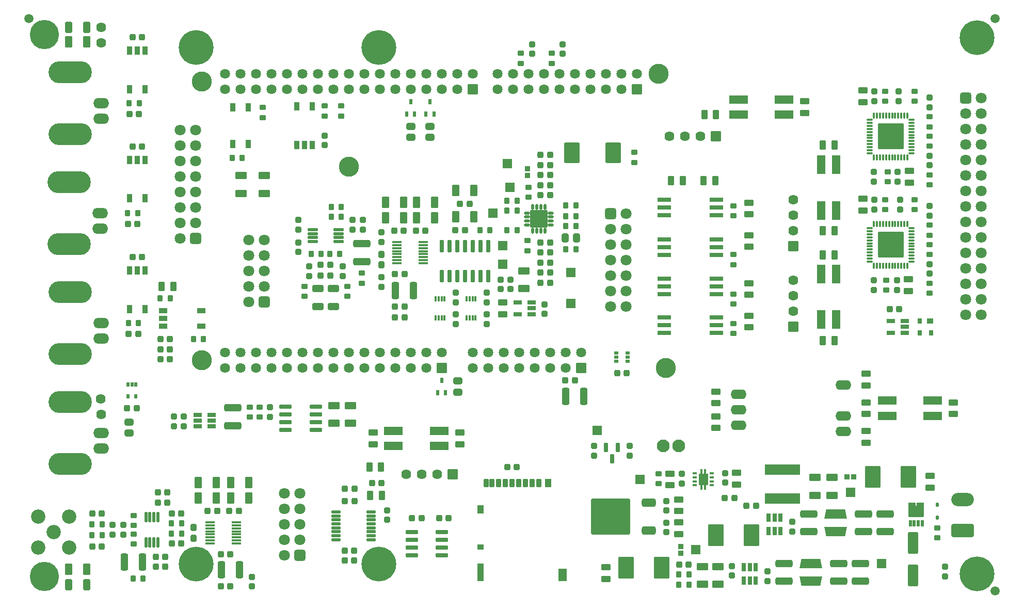
<source format=gts>
%TF.GenerationSoftware,KiCad,Pcbnew,7.0.1*%
%TF.CreationDate,2023-11-30T13:28:04+01:00*%
%TF.ProjectId,current100A_Artiq,63757272-656e-4743-9130-30415f417274,rev?*%
%TF.SameCoordinates,Original*%
%TF.FileFunction,Soldermask,Top*%
%TF.FilePolarity,Negative*%
%FSLAX46Y46*%
G04 Gerber Fmt 4.6, Leading zero omitted, Abs format (unit mm)*
G04 Created by KiCad (PCBNEW 7.0.1) date 2023-11-30 13:28:04*
%MOMM*%
%LPD*%
G01*
G04 APERTURE LIST*
G04 Aperture macros list*
%AMRoundRect*
0 Rectangle with rounded corners*
0 $1 Rounding radius*
0 $2 $3 $4 $5 $6 $7 $8 $9 X,Y pos of 4 corners*
0 Add a 4 corners polygon primitive as box body*
4,1,4,$2,$3,$4,$5,$6,$7,$8,$9,$2,$3,0*
0 Add four circle primitives for the rounded corners*
1,1,$1+$1,$2,$3*
1,1,$1+$1,$4,$5*
1,1,$1+$1,$6,$7*
1,1,$1+$1,$8,$9*
0 Add four rect primitives between the rounded corners*
20,1,$1+$1,$2,$3,$4,$5,0*
20,1,$1+$1,$4,$5,$6,$7,0*
20,1,$1+$1,$6,$7,$8,$9,0*
20,1,$1+$1,$8,$9,$2,$3,0*%
%AMFreePoly0*
4,1,15,1.827885,0.766502,1.846291,0.743898,1.848963,0.714870,1.548963,-0.735130,1.531571,-0.763772,1.500000,-0.775000,-1.500000,-0.775000,-1.531571,-0.763772,-1.548963,-0.735130,-1.848963,0.714870,-1.846291,0.743898,-1.827885,0.766502,-1.800000,0.775000,1.800000,0.775000,1.827885,0.766502,1.827885,0.766502,$1*%
%AMFreePoly1*
4,1,15,1.531571,0.763772,1.548963,0.735130,1.848963,-0.714870,1.846291,-0.743898,1.827885,-0.766502,1.800000,-0.775000,-1.800000,-0.775000,-1.827885,-0.766502,-1.846291,-0.743898,-1.848963,-0.714870,-1.548963,0.735130,-1.531571,0.763772,-1.500000,0.775000,1.500000,0.775000,1.531571,0.763772,1.531571,0.763772,$1*%
%AMFreePoly2*
4,1,37,1.430355,1.220355,1.445000,1.185000,1.445000,0.765000,1.430355,0.729645,1.395000,0.715000,0.905000,0.715000,0.905000,0.585000,1.395000,0.585000,1.430355,0.570355,1.445000,0.535000,1.445000,0.115000,1.430355,0.079645,1.395000,0.065000,0.905000,0.065000,0.905000,-0.065000,1.395000,-0.065000,1.430355,-0.079645,1.445000,-0.115000,1.445000,-0.535000,1.430355,-0.570355,
1.395000,-0.585000,0.905000,-0.585000,0.905000,-0.715000,1.395000,-0.715000,1.430355,-0.729645,1.445000,-0.765000,1.445000,-1.185000,1.430355,-1.220355,1.395000,-1.235000,-0.855000,-1.235000,-0.890355,-1.220355,-0.905000,-1.185000,-0.905000,1.185000,-0.890355,1.220355,-0.855000,1.235000,1.395000,1.235000,1.430355,1.220355,1.430355,1.220355,$1*%
G04 Aperture macros list end*
%ADD10O,2.600000X1.700000*%
%ADD11O,7.100000X3.600000*%
%ADD12RoundRect,0.250000X-0.275000X0.200000X-0.275000X-0.200000X0.275000X-0.200000X0.275000X0.200000X0*%
%ADD13RoundRect,0.250000X0.200000X0.275000X-0.200000X0.275000X-0.200000X-0.275000X0.200000X-0.275000X0*%
%ADD14RoundRect,0.275000X0.250000X-0.225000X0.250000X0.225000X-0.250000X0.225000X-0.250000X-0.225000X0*%
%ADD15RoundRect,0.250000X0.275000X-0.200000X0.275000X0.200000X-0.275000X0.200000X-0.275000X-0.200000X0*%
%ADD16RoundRect,0.050000X0.300000X-0.155000X0.300000X0.155000X-0.300000X0.155000X-0.300000X-0.155000X0*%
%ADD17C,0.500000*%
%ADD18RoundRect,0.050000X-0.115000X-0.412500X0.115000X-0.412500X0.115000X0.412500X-0.115000X0.412500X0*%
%ADD19RoundRect,0.050000X-0.750000X-0.875000X0.750000X-0.875000X0.750000X0.875000X-0.750000X0.875000X0*%
%ADD20RoundRect,0.275000X0.225000X0.250000X-0.225000X0.250000X-0.225000X-0.250000X0.225000X-0.250000X0*%
%ADD21RoundRect,0.275000X-0.225000X-0.250000X0.225000X-0.250000X0.225000X0.250000X-0.225000X0.250000X0*%
%ADD22RoundRect,0.300000X-0.325000X-0.650000X0.325000X-0.650000X0.325000X0.650000X-0.325000X0.650000X0*%
%ADD23RoundRect,0.300000X-0.450000X0.262500X-0.450000X-0.262500X0.450000X-0.262500X0.450000X0.262500X0*%
%ADD24RoundRect,0.050000X1.500000X0.600000X-1.500000X0.600000X-1.500000X-0.600000X1.500000X-0.600000X0*%
%ADD25RoundRect,0.050000X0.762000X0.762000X-0.762000X0.762000X-0.762000X-0.762000X0.762000X-0.762000X0*%
%ADD26C,1.624000*%
%ADD27RoundRect,0.050000X1.080000X0.320000X-1.080000X0.320000X-1.080000X-0.320000X1.080000X-0.320000X0*%
%ADD28RoundRect,0.300000X0.475000X-0.250000X0.475000X0.250000X-0.475000X0.250000X-0.475000X-0.250000X0*%
%ADD29RoundRect,0.300000X-0.650000X0.325000X-0.650000X-0.325000X0.650000X-0.325000X0.650000X0.325000X0*%
%ADD30RoundRect,0.050000X0.750000X0.750000X-0.750000X0.750000X-0.750000X-0.750000X0.750000X-0.750000X0*%
%ADD31RoundRect,0.050000X-0.750000X-0.750000X0.750000X-0.750000X0.750000X0.750000X-0.750000X0.750000X0*%
%ADD32RoundRect,0.050000X-0.400000X0.400000X-0.400000X-0.400000X0.400000X-0.400000X0.400000X0.400000X0*%
%ADD33RoundRect,0.300000X0.850000X0.350000X-0.850000X0.350000X-0.850000X-0.350000X0.850000X-0.350000X0*%
%ADD34RoundRect,0.299997X2.950003X2.650003X-2.950003X2.650003X-2.950003X-2.650003X2.950003X-2.650003X0*%
%ADD35RoundRect,0.300000X0.600000X0.600000X-0.600000X0.600000X-0.600000X-0.600000X0.600000X-0.600000X0*%
%ADD36C,1.800000*%
%ADD37RoundRect,0.250000X-0.200000X-0.275000X0.200000X-0.275000X0.200000X0.275000X-0.200000X0.275000X0*%
%ADD38C,2.350000*%
%ADD39RoundRect,0.050000X0.762000X-0.762000X0.762000X0.762000X-0.762000X0.762000X-0.762000X-0.762000X0*%
%ADD40RoundRect,0.050000X-1.206500X-1.714500X1.206500X-1.714500X1.206500X1.714500X-1.206500X1.714500X0*%
%ADD41RoundRect,0.275000X-0.250000X0.225000X-0.250000X-0.225000X0.250000X-0.225000X0.250000X0.225000X0*%
%ADD42RoundRect,0.050000X-0.400000X-0.400000X0.400000X-0.400000X0.400000X0.400000X-0.400000X0.400000X0*%
%ADD43RoundRect,0.050000X-0.400000X-0.600000X0.400000X-0.600000X0.400000X0.600000X-0.400000X0.600000X0*%
%ADD44RoundRect,0.268750X-0.218750X-0.256250X0.218750X-0.256250X0.218750X0.256250X-0.218750X0.256250X0*%
%ADD45RoundRect,0.050000X-0.350000X-0.600000X0.350000X-0.600000X0.350000X0.600000X-0.350000X0.600000X0*%
%ADD46RoundRect,0.050000X-0.500000X-0.400000X0.500000X-0.400000X0.500000X0.400000X-0.500000X0.400000X0*%
%ADD47RoundRect,0.050000X-0.500000X-0.600000X0.500000X-0.600000X0.500000X0.600000X-0.500000X0.600000X0*%
%ADD48RoundRect,0.050000X-0.500000X-1.400000X0.500000X-1.400000X0.500000X1.400000X-0.500000X1.400000X0*%
%ADD49RoundRect,0.050000X-0.650000X-0.950000X0.650000X-0.950000X0.650000X0.950000X-0.650000X0.950000X0*%
%ADD50RoundRect,0.268750X-0.256250X0.218750X-0.256250X-0.218750X0.256250X-0.218750X0.256250X0.218750X0*%
%ADD51RoundRect,0.200000X0.512500X0.150000X-0.512500X0.150000X-0.512500X-0.150000X0.512500X-0.150000X0*%
%ADD52RoundRect,0.300000X-0.312500X-0.625000X0.312500X-0.625000X0.312500X0.625000X-0.312500X0.625000X0*%
%ADD53C,2.100000*%
%ADD54FreePoly0,0.000000*%
%ADD55FreePoly1,0.000000*%
%ADD56RoundRect,0.050000X-0.225000X-0.350000X0.225000X-0.350000X0.225000X0.350000X-0.225000X0.350000X0*%
%ADD57C,1.500000*%
%ADD58C,5.700000*%
%ADD59RoundRect,0.300000X0.450000X-0.262500X0.450000X0.262500X-0.450000X0.262500X-0.450000X-0.262500X0*%
%ADD60RoundRect,0.300000X-0.475000X0.250000X-0.475000X-0.250000X0.475000X-0.250000X0.475000X0.250000X0*%
%ADD61RoundRect,0.200000X-0.150000X0.825000X-0.150000X-0.825000X0.150000X-0.825000X0.150000X0.825000X0*%
%ADD62RoundRect,0.050000X0.150000X0.400000X-0.150000X0.400000X-0.150000X-0.400000X0.150000X-0.400000X0*%
%ADD63RoundRect,0.050000X-0.400000X0.600000X-0.400000X-0.600000X0.400000X-0.600000X0.400000X0.600000X0*%
%ADD64RoundRect,0.050000X0.400000X-0.600000X0.400000X0.600000X-0.400000X0.600000X-0.400000X-0.600000X0*%
%ADD65RoundRect,0.125000X-0.650000X-0.075000X0.650000X-0.075000X0.650000X0.075000X-0.650000X0.075000X0*%
%ADD66RoundRect,0.150000X-0.637500X-0.100000X0.637500X-0.100000X0.637500X0.100000X-0.637500X0.100000X0*%
%ADD67RoundRect,0.300000X0.250000X0.475000X-0.250000X0.475000X-0.250000X-0.475000X0.250000X-0.475000X0*%
%ADD68RoundRect,0.268750X0.218750X0.256250X-0.218750X0.256250X-0.218750X-0.256250X0.218750X-0.256250X0*%
%ADD69RoundRect,0.300000X-1.100000X0.325000X-1.100000X-0.325000X1.100000X-0.325000X1.100000X0.325000X0*%
%ADD70RoundRect,0.200000X0.825000X0.150000X-0.825000X0.150000X-0.825000X-0.150000X0.825000X-0.150000X0*%
%ADD71RoundRect,0.050000X0.750000X-0.750000X0.750000X0.750000X-0.750000X0.750000X-0.750000X-0.750000X0*%
%ADD72RoundRect,0.162500X0.112500X-0.187500X0.112500X0.187500X-0.112500X0.187500X-0.112500X-0.187500X0*%
%ADD73RoundRect,0.050000X-1.500000X-0.600000X1.500000X-0.600000X1.500000X0.600000X-1.500000X0.600000X0*%
%ADD74RoundRect,0.287500X0.237500X-0.300000X0.237500X0.300000X-0.237500X0.300000X-0.237500X-0.300000X0*%
%ADD75RoundRect,0.050000X-0.500000X0.350000X-0.500000X-0.350000X0.500000X-0.350000X0.500000X0.350000X0*%
%ADD76RoundRect,0.050000X-0.300000X0.350000X-0.300000X-0.350000X0.300000X-0.350000X0.300000X0.350000X0*%
%ADD77RoundRect,0.112500X0.375000X0.062500X-0.375000X0.062500X-0.375000X-0.062500X0.375000X-0.062500X0*%
%ADD78RoundRect,0.112500X0.062500X0.375000X-0.062500X0.375000X-0.062500X-0.375000X0.062500X-0.375000X0*%
%ADD79RoundRect,0.050000X2.050000X2.050000X-2.050000X2.050000X-2.050000X-2.050000X2.050000X-2.050000X0*%
%ADD80RoundRect,0.050000X1.206500X1.714500X-1.206500X1.714500X-1.206500X-1.714500X1.206500X-1.714500X0*%
%ADD81C,4.800000*%
%ADD82RoundRect,0.050000X-0.600000X1.500000X-0.600000X-1.500000X0.600000X-1.500000X0.600000X1.500000X0*%
%ADD83RoundRect,0.050000X-0.325000X-0.200000X0.325000X-0.200000X0.325000X0.200000X-0.325000X0.200000X0*%
%ADD84RoundRect,0.300000X-0.250000X-0.475000X0.250000X-0.475000X0.250000X0.475000X-0.250000X0.475000X0*%
%ADD85RoundRect,0.300000X0.325000X0.650000X-0.325000X0.650000X-0.325000X-0.650000X0.325000X-0.650000X0*%
%ADD86RoundRect,0.300000X1.100000X-0.325000X1.100000X0.325000X-1.100000X0.325000X-1.100000X-0.325000X0*%
%ADD87RoundRect,0.300000X0.625000X-0.312500X0.625000X0.312500X-0.625000X0.312500X-0.625000X-0.312500X0*%
%ADD88RoundRect,0.050000X-0.200000X0.325000X-0.200000X-0.325000X0.200000X-0.325000X0.200000X0.325000X0*%
%ADD89RoundRect,0.300000X0.650000X-0.325000X0.650000X0.325000X-0.650000X0.325000X-0.650000X-0.325000X0*%
%ADD90RoundRect,0.200000X-0.150000X0.587500X-0.150000X-0.587500X0.150000X-0.587500X0.150000X0.587500X0*%
%ADD91RoundRect,0.300000X-0.600000X-0.600000X0.600000X-0.600000X0.600000X0.600000X-0.600000X0.600000X0*%
%ADD92RoundRect,0.300000X-0.325000X-1.100000X0.325000X-1.100000X0.325000X1.100000X-0.325000X1.100000X0*%
%ADD93RoundRect,0.268750X0.256250X-0.218750X0.256250X0.218750X-0.256250X0.218750X-0.256250X-0.218750X0*%
%ADD94RoundRect,0.150000X0.100000X-0.712500X0.100000X0.712500X-0.100000X0.712500X-0.100000X-0.712500X0*%
%ADD95RoundRect,0.300000X-0.625000X0.312500X-0.625000X-0.312500X0.625000X-0.312500X0.625000X0.312500X0*%
%ADD96RoundRect,0.150000X0.712500X0.100000X-0.712500X0.100000X-0.712500X-0.100000X0.712500X-0.100000X0*%
%ADD97RoundRect,0.050000X0.600000X0.400000X-0.600000X0.400000X-0.600000X-0.400000X0.600000X-0.400000X0*%
%ADD98RoundRect,0.300000X1.000000X-1.400000X1.000000X1.400000X-1.000000X1.400000X-1.000000X-1.400000X0*%
%ADD99O,2.600000X1.600000*%
%ADD100RoundRect,0.300000X-0.550000X1.500000X-0.550000X-1.500000X0.550000X-1.500000X0.550000X1.500000X0*%
%ADD101RoundRect,0.300000X0.325000X1.100000X-0.325000X1.100000X-0.325000X-1.100000X0.325000X-1.100000X0*%
%ADD102RoundRect,0.300000X0.262500X0.450000X-0.262500X0.450000X-0.262500X-0.450000X0.262500X-0.450000X0*%
%ADD103RoundRect,0.200000X0.150000X-0.512500X0.150000X0.512500X-0.150000X0.512500X-0.150000X-0.512500X0*%
%ADD104RoundRect,0.137500X0.087500X-0.337500X0.087500X0.337500X-0.087500X0.337500X-0.087500X-0.337500X0*%
%ADD105RoundRect,0.131250X0.081250X-0.343750X0.081250X0.343750X-0.081250X0.343750X-0.081250X-0.343750X0*%
%ADD106RoundRect,0.131250X0.343750X-0.081250X0.343750X0.081250X-0.343750X0.081250X-0.343750X-0.081250X0*%
%ADD107RoundRect,0.137500X0.337500X-0.087500X0.337500X0.087500X-0.337500X0.087500X-0.337500X-0.087500X0*%
%ADD108RoundRect,0.050000X1.350000X-1.350000X1.350000X1.350000X-1.350000X1.350000X-1.350000X-1.350000X0*%
%ADD109RoundRect,0.299999X1.550001X-0.790001X1.550001X0.790001X-1.550001X0.790001X-1.550001X-0.790001X0*%
%ADD110O,3.700000X2.180000*%
%ADD111RoundRect,0.200000X-0.825000X-0.150000X0.825000X-0.150000X0.825000X0.150000X-0.825000X0.150000X0*%
%ADD112RoundRect,0.287500X-0.237500X0.300000X-0.237500X-0.300000X0.237500X-0.300000X0.237500X0.300000X0*%
%ADD113RoundRect,0.050000X-0.750000X0.750000X-0.750000X-0.750000X0.750000X-0.750000X0.750000X0.750000X0*%
%ADD114RoundRect,0.050000X-2.850000X0.800000X-2.850000X-0.800000X2.850000X-0.800000X2.850000X0.800000X0*%
%ADD115RoundRect,0.050000X0.210000X-0.495000X0.210000X0.495000X-0.210000X0.495000X-0.210000X-0.495000X0*%
%ADD116RoundRect,0.050000X0.210000X-0.500000X0.210000X0.500000X-0.210000X0.500000X-0.210000X-0.500000X0*%
%ADD117FreePoly2,90.000000*%
%ADD118C,3.300000*%
%ADD119RoundRect,0.050000X0.765000X-0.765000X0.765000X0.765000X-0.765000X0.765000X-0.765000X-0.765000X0*%
%ADD120C,1.630000*%
G04 APERTURE END LIST*
D10*
%TO.C,J9*%
X12700000Y-34798000D03*
D11*
X7620000Y-39878000D03*
D10*
X12700000Y-37338000D03*
D11*
X7620000Y-29718000D03*
%TD*%
D10*
%TO.C,J11*%
X12827000Y-70866000D03*
D11*
X7747000Y-75946000D03*
D10*
X12827000Y-73406000D03*
D11*
X7747000Y-65786000D03*
%TD*%
D10*
%TO.C,J8*%
X12827000Y-52832000D03*
D11*
X7747000Y-57912000D03*
D10*
X12827000Y-55372000D03*
D11*
X7747000Y-47752000D03*
%TD*%
D10*
%TO.C,J10*%
X12827000Y-16764000D03*
D11*
X7747000Y-21844000D03*
D10*
X12827000Y-19304000D03*
D11*
X7747000Y-11684000D03*
%TD*%
D12*
%TO.C,R27*%
X146304000Y-14796000D03*
X146304000Y-16446000D03*
%TD*%
D13*
%TO.C,R41*%
X76644000Y-37592000D03*
X74994000Y-37592000D03*
%TD*%
D14*
%TO.C,C80*%
X139700000Y-16396000D03*
X139700000Y-14846000D03*
%TD*%
D15*
%TO.C,R29*%
X38862000Y-68262000D03*
X38862000Y-66612000D03*
%TD*%
D16*
%TO.C,U6*%
X110233000Y-77511000D03*
X110233000Y-78161000D03*
X110233000Y-78811000D03*
X110233000Y-79461000D03*
X113033000Y-79461000D03*
X113033000Y-78811000D03*
X113033000Y-78161000D03*
X113033000Y-77511000D03*
D17*
X111133000Y-78486000D03*
D18*
X111308000Y-77198000D03*
X111308000Y-79774000D03*
D17*
X111633000Y-77861000D03*
D19*
X111633000Y-78486000D03*
D17*
X111633000Y-79111000D03*
D18*
X111958000Y-77198000D03*
X111958000Y-79774000D03*
D17*
X112133000Y-78486000D03*
%TD*%
D20*
%TO.C,C134*%
X86500000Y-31877000D03*
X84950000Y-31877000D03*
%TD*%
D13*
%TO.C,R42*%
X81089000Y-32766000D03*
X79439000Y-32766000D03*
%TD*%
D14*
%TO.C,C104*%
X24765000Y-69736000D03*
X24765000Y-68186000D03*
%TD*%
D21*
%TO.C,C41*%
X21831000Y-92837000D03*
X23381000Y-92837000D03*
%TD*%
D12*
%TO.C,R21*%
X146304000Y-32576000D03*
X146304000Y-34226000D03*
%TD*%
D22*
%TO.C,C51*%
X28751000Y-81534000D03*
X31701000Y-81534000D03*
%TD*%
D23*
%TO.C,R48*%
X71374000Y-62333500D03*
X71374000Y-64158500D03*
%TD*%
D22*
%TO.C,C1*%
X7542000Y-6731000D03*
X10492000Y-6731000D03*
%TD*%
D14*
%TO.C,C123*%
X80010000Y-47257000D03*
X80010000Y-45707000D03*
%TD*%
D24*
%TO.C,L1*%
X149292000Y-68052000D03*
X149292000Y-65552000D03*
X141792000Y-65552000D03*
X141792000Y-68052000D03*
%TD*%
D25*
%TO.C,U33*%
X113665000Y-22225000D03*
D26*
X111125000Y-22225000D03*
X108585000Y-22225000D03*
X106045000Y-22225000D03*
%TD*%
D27*
%TO.C,U30*%
X113744000Y-48133000D03*
X113744000Y-46863000D03*
X113744000Y-45593000D03*
X105204000Y-45593000D03*
X105204000Y-46863000D03*
X105204000Y-48133000D03*
%TD*%
D28*
%TO.C,C18*%
X107569000Y-87437000D03*
X107569000Y-85537000D03*
%TD*%
D29*
%TO.C,C29*%
X132715000Y-78154000D03*
X132715000Y-81104000D03*
%TD*%
D30*
%TO.C,PP2*%
X78740000Y-40132000D03*
%TD*%
D31*
%TO.C,PP5*%
X89916000Y-49657000D03*
%TD*%
D20*
%TO.C,C65*%
X54413500Y-82031000D03*
X52863500Y-82031000D03*
%TD*%
D30*
%TO.C,PP1*%
X78740000Y-43180000D03*
%TD*%
D32*
%TO.C,JP2*%
X136313000Y-78105000D03*
X135213000Y-78105000D03*
%TD*%
D21*
%TO.C,C115*%
X64503000Y-37719000D03*
X66053000Y-37719000D03*
%TD*%
D20*
%TO.C,C21*%
X120282000Y-82804000D03*
X118732000Y-82804000D03*
%TD*%
D33*
%TO.C,U4*%
X102703000Y-86862000D03*
D34*
X96403000Y-84582000D03*
D33*
X102703000Y-82302000D03*
%TD*%
D35*
%TO.C,J4*%
X45466000Y-90932000D03*
D36*
X42926000Y-90932000D03*
X45466000Y-88392000D03*
X42926000Y-88392000D03*
X45466000Y-85852000D03*
X42926000Y-85852000D03*
X45466000Y-83312000D03*
X42926000Y-83312000D03*
X45466000Y-80772000D03*
X42926000Y-80772000D03*
%TD*%
D24*
%TO.C,L15*%
X124908000Y-18649000D03*
X124908000Y-16149000D03*
X117408000Y-16149000D03*
X117408000Y-18649000D03*
%TD*%
D37*
%TO.C,R7*%
X11367000Y-87630000D03*
X13017000Y-87630000D03*
%TD*%
D22*
%TO.C,C132*%
X71042000Y-35433000D03*
X73992000Y-35433000D03*
%TD*%
D29*
%TO.C,C28*%
X114046000Y-92759000D03*
X114046000Y-95709000D03*
%TD*%
D15*
%TO.C,R32*%
X52197000Y-18859000D03*
X52197000Y-17209000D03*
%TD*%
D38*
%TO.C,J2*%
X5080000Y-87122000D03*
X2540000Y-89662000D03*
X7620000Y-89662000D03*
X2540000Y-84582000D03*
X7620000Y-84582000D03*
%TD*%
D15*
%TO.C,R16*%
X141605000Y-47434000D03*
X141605000Y-45784000D03*
%TD*%
D39*
%TO.C,U35*%
X126365000Y-40259000D03*
D26*
X126365000Y-37719000D03*
X126365000Y-35179000D03*
X126365000Y-32639000D03*
%TD*%
D40*
%TO.C,L6*%
X113665000Y-87630000D03*
X119507000Y-87630000D03*
%TD*%
D14*
%TO.C,C44*%
X37592000Y-96025000D03*
X37592000Y-94475000D03*
%TD*%
D41*
%TO.C,C38*%
X14732000Y-85966000D03*
X14732000Y-87516000D03*
%TD*%
D22*
%TO.C,C2*%
X7542000Y-93218000D03*
X10492000Y-93218000D03*
%TD*%
D12*
%TO.C,R18*%
X148717000Y-46292000D03*
X148717000Y-47942000D03*
%TD*%
D42*
%TO.C,JP1*%
X107950000Y-89493000D03*
X107950000Y-90593000D03*
%TD*%
D20*
%TO.C,C124*%
X86500000Y-46228000D03*
X84950000Y-46228000D03*
%TD*%
D14*
%TO.C,C78*%
X143637000Y-16396000D03*
X143637000Y-14846000D03*
%TD*%
D43*
%TO.C,U37*%
X34417000Y-23447000D03*
X36957000Y-23447000D03*
X36957000Y-17447000D03*
X34417000Y-17447000D03*
%TD*%
D44*
%TO.C,L12*%
X84937500Y-44577000D03*
X86512500Y-44577000D03*
%TD*%
D37*
%TO.C,R8*%
X11367000Y-85852000D03*
X13017000Y-85852000D03*
%TD*%
D27*
%TO.C,U28*%
X113744000Y-35179000D03*
X113744000Y-33909000D03*
X113744000Y-32639000D03*
X105204000Y-32639000D03*
X105204000Y-33909000D03*
X105204000Y-35179000D03*
%TD*%
D45*
%TO.C,J3*%
X84660000Y-79091000D03*
X83560000Y-79091000D03*
X82460000Y-79091000D03*
X81360000Y-79091000D03*
X80260000Y-79091000D03*
X79160000Y-79091000D03*
X78060000Y-79091000D03*
X76960000Y-79091000D03*
X76010000Y-79091000D03*
D46*
X75060000Y-89591000D03*
D47*
X75060000Y-83391000D03*
D48*
X75060000Y-93741000D03*
D47*
X86210000Y-79091000D03*
D49*
X88560000Y-94191000D03*
%TD*%
D50*
%TO.C,D6*%
X52451000Y-43535500D03*
X52451000Y-45110500D03*
%TD*%
D51*
%TO.C,U16*%
X30982500Y-69784000D03*
X30982500Y-68834000D03*
X30982500Y-67884000D03*
X28707500Y-67884000D03*
X28707500Y-68834000D03*
X28707500Y-69784000D03*
%TD*%
D52*
%TO.C,R1*%
X7554500Y-4318000D03*
X10479500Y-4318000D03*
%TD*%
D12*
%TO.C,R30*%
X37211000Y-66612000D03*
X37211000Y-68262000D03*
%TD*%
D53*
%TO.C,GND1*%
X105029000Y-73025000D03*
X107569000Y-73025000D03*
%TD*%
D54*
%TO.C,L3*%
X133350000Y-87073000D03*
D55*
X133350000Y-84123000D03*
%TD*%
D21*
%TO.C,C47*%
X24457000Y-89027000D03*
X26007000Y-89027000D03*
%TD*%
D14*
%TO.C,C75*%
X148717000Y-35192000D03*
X148717000Y-33642000D03*
%TD*%
D56*
%TO.C,D11*%
X66152000Y-18526000D03*
X67452000Y-18526000D03*
X66802000Y-16526000D03*
%TD*%
D37*
%TO.C,R5*%
X107633000Y-95758000D03*
X109283000Y-95758000D03*
%TD*%
D22*
%TO.C,C105*%
X59485000Y-35560000D03*
X62435000Y-35560000D03*
%TD*%
D14*
%TO.C,C33*%
X93726000Y-74562000D03*
X93726000Y-73012000D03*
%TD*%
D37*
%TO.C,R64*%
X34354000Y-25781000D03*
X36004000Y-25781000D03*
%TD*%
D57*
%TO.C,FID2*%
X159512000Y-2921000D03*
%TD*%
D58*
%TO.C,H6*%
X58400000Y-92400000D03*
%TD*%
D27*
%TO.C,U31*%
X113744000Y-54483000D03*
X113744000Y-53213000D03*
X113744000Y-51943000D03*
X105204000Y-51943000D03*
X105204000Y-53213000D03*
X105204000Y-54483000D03*
%TD*%
D59*
%TO.C,R46*%
X63627000Y-22375500D03*
X63627000Y-20550500D03*
%TD*%
D56*
%TO.C,D9*%
X62977000Y-18526000D03*
X64277000Y-18526000D03*
X63627000Y-16526000D03*
%TD*%
D14*
%TO.C,C121*%
X76073000Y-49416000D03*
X76073000Y-47866000D03*
%TD*%
D60*
%TO.C,C141*%
X128270000Y-16449000D03*
X128270000Y-18349000D03*
%TD*%
D61*
%TO.C,U22*%
X76327000Y-40197000D03*
X75057000Y-40197000D03*
X73787000Y-40197000D03*
X72517000Y-40197000D03*
X71247000Y-40197000D03*
X69977000Y-40197000D03*
X68707000Y-40197000D03*
X68707000Y-45147000D03*
X69977000Y-45147000D03*
X71247000Y-45147000D03*
X72517000Y-45147000D03*
X73787000Y-45147000D03*
X75057000Y-45147000D03*
X76327000Y-45147000D03*
%TD*%
D20*
%TO.C,C129*%
X72530000Y-37592000D03*
X70980000Y-37592000D03*
%TD*%
D37*
%TO.C,R45*%
X89091000Y-36957000D03*
X90741000Y-36957000D03*
%TD*%
D15*
%TO.C,R50*%
X82804000Y-40957000D03*
X82804000Y-39307000D03*
%TD*%
D20*
%TO.C,C40*%
X23721000Y-82296000D03*
X22171000Y-82296000D03*
%TD*%
D37*
%TO.C,R56*%
X17209000Y-34798000D03*
X18859000Y-34798000D03*
%TD*%
D62*
%TO.C,U19*%
X69203000Y-48869000D03*
X68703000Y-48869000D03*
X68203000Y-48869000D03*
X67703000Y-48869000D03*
X67703000Y-51969000D03*
X68203000Y-51969000D03*
X68703000Y-51969000D03*
X69203000Y-51969000D03*
%TD*%
D63*
%TO.C,U38*%
X47498000Y-17297000D03*
X44958000Y-17297000D03*
X44958000Y-23597000D03*
X46228000Y-23597000D03*
X47498000Y-23597000D03*
%TD*%
D64*
%TO.C,U25*%
X17526000Y-50521000D03*
X20066000Y-50521000D03*
X20066000Y-44221000D03*
X18796000Y-44221000D03*
X17526000Y-44221000D03*
%TD*%
D37*
%TO.C,R36*%
X47308000Y-41529000D03*
X48958000Y-41529000D03*
%TD*%
D65*
%TO.C,U8*%
X30743000Y-85499000D03*
X30743000Y-85999000D03*
X30743000Y-86499000D03*
X30743000Y-86999000D03*
X30743000Y-87499000D03*
X30743000Y-87999000D03*
X30743000Y-88499000D03*
X30743000Y-88999000D03*
X35043000Y-88999000D03*
X35043000Y-88499000D03*
X35043000Y-87999000D03*
X35043000Y-87499000D03*
X35043000Y-86999000D03*
X35043000Y-86499000D03*
X35043000Y-85999000D03*
X35043000Y-85499000D03*
%TD*%
D56*
%TO.C,D10*%
X68057000Y-64246000D03*
X69357000Y-64246000D03*
X68707000Y-62246000D03*
%TD*%
D29*
%TO.C,C27*%
X111506000Y-92759000D03*
X111506000Y-95709000D03*
%TD*%
D66*
%TO.C,U11*%
X51411000Y-83820000D03*
X51411000Y-84470000D03*
X51411000Y-85120000D03*
X51411000Y-85770000D03*
X51411000Y-86420000D03*
X51411000Y-87070000D03*
X51411000Y-87720000D03*
X51411000Y-88370000D03*
X57136000Y-88370000D03*
X57136000Y-87720000D03*
X57136000Y-87070000D03*
X57136000Y-86420000D03*
X57136000Y-85770000D03*
X57136000Y-85120000D03*
X57136000Y-84470000D03*
X57136000Y-83820000D03*
%TD*%
D67*
%TO.C,C63*%
X58906500Y-81142000D03*
X57006500Y-81142000D03*
%TD*%
D41*
%TO.C,C71*%
X148717000Y-43167000D03*
X148717000Y-44717000D03*
%TD*%
D68*
%TO.C,L14*%
X73304500Y-33274000D03*
X71729500Y-33274000D03*
%TD*%
D69*
%TO.C,C6*%
X137414000Y-92251000D03*
X137414000Y-95201000D03*
%TD*%
D14*
%TO.C,C11*%
X122174000Y-95136000D03*
X122174000Y-93586000D03*
%TD*%
D70*
%TO.C,U15*%
X48068000Y-70358000D03*
X48068000Y-69088000D03*
X48068000Y-67818000D03*
X48068000Y-66548000D03*
X43118000Y-66548000D03*
X43118000Y-67818000D03*
X43118000Y-69088000D03*
X43118000Y-70358000D03*
%TD*%
D15*
%TO.C,R14*%
X86741000Y-10223000D03*
X86741000Y-8573000D03*
%TD*%
D21*
%TO.C,C39*%
X21831000Y-91186000D03*
X23381000Y-91186000D03*
%TD*%
D71*
%TO.C,VuC1*%
X135763000Y-80645000D03*
%TD*%
D72*
%TO.C,D1*%
X149987000Y-84743000D03*
X149987000Y-82643000D03*
%TD*%
D59*
%TO.C,R52*%
X66802000Y-22375500D03*
X66802000Y-20550500D03*
%TD*%
D73*
%TO.C,L10*%
X60810500Y-70494000D03*
X60810500Y-72994000D03*
X68310500Y-72994000D03*
X68310500Y-70494000D03*
%TD*%
D30*
%TO.C,P5V1*%
X101219000Y-78486000D03*
%TD*%
D21*
%TO.C,C32*%
X115176000Y-81534000D03*
X116726000Y-81534000D03*
%TD*%
D68*
%TO.C,D13*%
X18948500Y-54610000D03*
X17373500Y-54610000D03*
%TD*%
D74*
%TO.C,C48*%
X28026000Y-88111500D03*
X28026000Y-86386500D03*
%TD*%
D21*
%TO.C,C127*%
X84950000Y-42926000D03*
X86500000Y-42926000D03*
%TD*%
D41*
%TO.C,C116*%
X70993000Y-51422000D03*
X70993000Y-52972000D03*
%TD*%
%TO.C,C72*%
X148717000Y-26937000D03*
X148717000Y-25387000D03*
%TD*%
D50*
%TO.C,D3*%
X16510000Y-85953500D03*
X16510000Y-87528500D03*
%TD*%
D15*
%TO.C,R67*%
X49530000Y-18859000D03*
X49530000Y-17209000D03*
%TD*%
D21*
%TO.C,C46*%
X32499000Y-90805000D03*
X34049000Y-90805000D03*
%TD*%
%TO.C,C139*%
X18021000Y-5969000D03*
X19571000Y-5969000D03*
%TD*%
D75*
%TO.C,D5*%
X148832000Y-52467000D03*
D76*
X147132000Y-52467000D03*
X147132000Y-54467000D03*
X149032000Y-54467000D03*
%TD*%
D41*
%TO.C,C98*%
X45212000Y-35928000D03*
X45212000Y-37478000D03*
%TD*%
D71*
%TO.C,P6V1*%
X110363000Y-90043000D03*
%TD*%
D57*
%TO.C,FID1*%
X1016000Y-2921000D03*
%TD*%
D20*
%TO.C,C125*%
X86500000Y-25273000D03*
X84950000Y-25273000D03*
%TD*%
D77*
%TO.C,U13*%
X145804500Y-24975000D03*
X145804500Y-24475000D03*
X145804500Y-23975000D03*
X145804500Y-23475000D03*
X145804500Y-22975000D03*
X145804500Y-22475000D03*
X145804500Y-21975000D03*
X145804500Y-21475000D03*
X145804500Y-20975000D03*
X145804500Y-20475000D03*
X145804500Y-19975000D03*
X145804500Y-19475000D03*
D78*
X145117000Y-18787500D03*
X144617000Y-18787500D03*
X144117000Y-18787500D03*
X143617000Y-18787500D03*
X143117000Y-18787500D03*
X142617000Y-18787500D03*
X142117000Y-18787500D03*
X141617000Y-18787500D03*
X141117000Y-18787500D03*
X140617000Y-18787500D03*
X140117000Y-18787500D03*
X139617000Y-18787500D03*
D77*
X138929500Y-19475000D03*
X138929500Y-19975000D03*
X138929500Y-20475000D03*
X138929500Y-20975000D03*
X138929500Y-21475000D03*
X138929500Y-21975000D03*
X138929500Y-22475000D03*
X138929500Y-22975000D03*
X138929500Y-23475000D03*
X138929500Y-23975000D03*
X138929500Y-24475000D03*
X138929500Y-24975000D03*
D78*
X139617000Y-25662500D03*
X140117000Y-25662500D03*
X140617000Y-25662500D03*
X141117000Y-25662500D03*
X141617000Y-25662500D03*
X142117000Y-25662500D03*
X142617000Y-25662500D03*
X143117000Y-25662500D03*
X143617000Y-25662500D03*
X144117000Y-25662500D03*
X144617000Y-25662500D03*
X145117000Y-25662500D03*
D79*
X142367000Y-22225000D03*
%TD*%
D14*
%TO.C,C153*%
X49530000Y-23635000D03*
X49530000Y-22085000D03*
%TD*%
D28*
%TO.C,C17*%
X113665000Y-65974000D03*
X113665000Y-64074000D03*
%TD*%
D80*
%TO.C,L7*%
X145288000Y-78105000D03*
X139446000Y-78105000D03*
%TD*%
D15*
%TO.C,R22*%
X141859000Y-29654000D03*
X141859000Y-28004000D03*
%TD*%
D13*
%TO.C,R39*%
X52260000Y-35433000D03*
X50610000Y-35433000D03*
%TD*%
D60*
%TO.C,C88*%
X145415000Y-27879000D03*
X145415000Y-29779000D03*
%TD*%
D41*
%TO.C,C118*%
X76073000Y-51422000D03*
X76073000Y-52972000D03*
%TD*%
D14*
%TO.C,C12*%
X126238000Y-87021000D03*
X126238000Y-85471000D03*
%TD*%
D81*
%TO.C,H1*%
X3556000Y-5512000D03*
%TD*%
D12*
%TO.C,R23*%
X141478000Y-14796000D03*
X141478000Y-16446000D03*
%TD*%
D21*
%TO.C,C133*%
X84950000Y-39624000D03*
X86500000Y-39624000D03*
%TD*%
D12*
%TO.C,R24*%
X148717000Y-28512000D03*
X148717000Y-30162000D03*
%TD*%
D69*
%TO.C,C7*%
X141478000Y-84123000D03*
X141478000Y-87073000D03*
%TD*%
D28*
%TO.C,C85*%
X137795000Y-34351000D03*
X137795000Y-32451000D03*
%TD*%
D12*
%TO.C,R9*%
X18161000Y-84392000D03*
X18161000Y-86042000D03*
%TD*%
D21*
%TO.C,C131*%
X84950000Y-30226000D03*
X86500000Y-30226000D03*
%TD*%
D25*
%TO.C,U9*%
X70513800Y-77666000D03*
D26*
X67973800Y-77666000D03*
X65433800Y-77666000D03*
X62893800Y-77666000D03*
%TD*%
D22*
%TO.C,C53*%
X34085000Y-78994000D03*
X37035000Y-78994000D03*
%TD*%
D15*
%TO.C,R15*%
X81661000Y-10223000D03*
X81661000Y-8573000D03*
%TD*%
D21*
%TO.C,C157*%
X22593000Y-58801000D03*
X24143000Y-58801000D03*
%TD*%
D37*
%TO.C,R53*%
X89091000Y-35306000D03*
X90741000Y-35306000D03*
%TD*%
D14*
%TO.C,C97*%
X54102000Y-37478000D03*
X54102000Y-35928000D03*
%TD*%
D82*
%TO.C,L17*%
X133457000Y-26857000D03*
X130957000Y-26857000D03*
X130957000Y-34357000D03*
X133457000Y-34357000D03*
%TD*%
D31*
%TO.C,PP3*%
X79502000Y-26670000D03*
%TD*%
D41*
%TO.C,C36*%
X108077000Y-77584000D03*
X108077000Y-79134000D03*
%TD*%
D83*
%TO.C,U24*%
X97348000Y-57770000D03*
X97348000Y-58420000D03*
X97348000Y-59070000D03*
X99248000Y-59070000D03*
X99248000Y-58420000D03*
X99248000Y-57770000D03*
%TD*%
D60*
%TO.C,C35*%
X148844000Y-77917000D03*
X148844000Y-79817000D03*
%TD*%
D15*
%TO.C,R66*%
X39370000Y-19113000D03*
X39370000Y-17463000D03*
%TD*%
D65*
%TO.C,U18*%
X61350000Y-39525000D03*
X61350000Y-40025000D03*
X61350000Y-40525000D03*
X61350000Y-41025000D03*
X61350000Y-41525000D03*
X61350000Y-42025000D03*
X61350000Y-42525000D03*
X61350000Y-43025000D03*
X65650000Y-43025000D03*
X65650000Y-42525000D03*
X65650000Y-42025000D03*
X65650000Y-41525000D03*
X65650000Y-41025000D03*
X65650000Y-40525000D03*
X65650000Y-40025000D03*
X65650000Y-39525000D03*
%TD*%
D60*
%TO.C,C15*%
X138303000Y-61153000D03*
X138303000Y-63053000D03*
%TD*%
D84*
%TO.C,C146*%
X131257000Y-37719000D03*
X133157000Y-37719000D03*
%TD*%
D85*
%TO.C,C50*%
X31701000Y-78994000D03*
X28751000Y-78994000D03*
%TD*%
D37*
%TO.C,R55*%
X17336000Y-52832000D03*
X18986000Y-52832000D03*
%TD*%
D31*
%TO.C,P12V1*%
X140843000Y-92329000D03*
%TD*%
D64*
%TO.C,U27*%
X17526000Y-14453000D03*
X20066000Y-14453000D03*
X20066000Y-8153000D03*
X18796000Y-8153000D03*
X17526000Y-8153000D03*
%TD*%
D68*
%TO.C,D2*%
X12979500Y-89535000D03*
X11404500Y-89535000D03*
%TD*%
D15*
%TO.C,R40*%
X82931000Y-32194000D03*
X82931000Y-30544000D03*
%TD*%
D37*
%TO.C,R63*%
X28004000Y-55499000D03*
X29654000Y-55499000D03*
%TD*%
D15*
%TO.C,R34*%
X46228000Y-48450000D03*
X46228000Y-46800000D03*
%TD*%
D13*
%TO.C,R4*%
X109283000Y-94107000D03*
X107633000Y-94107000D03*
%TD*%
D86*
%TO.C,C9*%
X124841000Y-95201000D03*
X124841000Y-92251000D03*
%TD*%
D52*
%TO.C,R2*%
X7554500Y-95758000D03*
X10479500Y-95758000D03*
%TD*%
D87*
%TO.C,R28*%
X48387000Y-50103500D03*
X48387000Y-47178500D03*
%TD*%
D50*
%TO.C,L4*%
X151257000Y-92811500D03*
X151257000Y-94386500D03*
%TD*%
D44*
%TO.C,D4*%
X11404500Y-84074000D03*
X12979500Y-84074000D03*
%TD*%
D12*
%TO.C,R20*%
X148717000Y-36767000D03*
X148717000Y-38417000D03*
%TD*%
D62*
%TO.C,U20*%
X74283000Y-48869000D03*
X73783000Y-48869000D03*
X73283000Y-48869000D03*
X72783000Y-48869000D03*
X72783000Y-51969000D03*
X73283000Y-51969000D03*
X73783000Y-51969000D03*
X74283000Y-51969000D03*
%TD*%
D21*
%TO.C,C154*%
X22593000Y-55499000D03*
X24143000Y-55499000D03*
%TD*%
D14*
%TO.C,C68*%
X59734500Y-85092000D03*
X59734500Y-83542000D03*
%TD*%
D68*
%TO.C,L11*%
X62636500Y-50165000D03*
X61061500Y-50165000D03*
%TD*%
%TO.C,L9*%
X34061500Y-96012000D03*
X32486500Y-96012000D03*
%TD*%
D60*
%TO.C,C151*%
X119126000Y-46294000D03*
X119126000Y-48194000D03*
%TD*%
D41*
%TO.C,C82*%
X139573000Y-28054000D03*
X139573000Y-29604000D03*
%TD*%
D14*
%TO.C,C74*%
X83566000Y-8649000D03*
X83566000Y-7099000D03*
%TD*%
D88*
%TO.C,U32*%
X18557000Y-62931000D03*
X17907000Y-62931000D03*
X17257000Y-62931000D03*
X17257000Y-64831000D03*
X18557000Y-64831000D03*
%TD*%
D58*
%TO.C,H8*%
X156503000Y-93997000D03*
%TD*%
D85*
%TO.C,C54*%
X37035000Y-81534000D03*
X34085000Y-81534000D03*
%TD*%
D41*
%TO.C,C126*%
X78359000Y-45707000D03*
X78359000Y-47257000D03*
%TD*%
D15*
%TO.C,R61*%
X116586000Y-54546000D03*
X116586000Y-52896000D03*
%TD*%
D89*
%TO.C,C90*%
X53721000Y-69293000D03*
X53721000Y-66343000D03*
%TD*%
D90*
%TO.C,U5*%
X97597000Y-73230500D03*
X95697000Y-73230500D03*
X96647000Y-75105500D03*
%TD*%
D41*
%TO.C,C81*%
X139573000Y-45834000D03*
X139573000Y-47384000D03*
%TD*%
D60*
%TO.C,C87*%
X145288000Y-45659000D03*
X145288000Y-47559000D03*
%TD*%
D91*
%TO.C,J12*%
X96393000Y-34925000D03*
D36*
X98933000Y-34925000D03*
X96393000Y-37465000D03*
X98933000Y-37465000D03*
X96393000Y-40005000D03*
X98933000Y-40005000D03*
X96393000Y-42545000D03*
X98933000Y-42545000D03*
X96393000Y-45085000D03*
X98933000Y-45085000D03*
X96393000Y-47625000D03*
X98933000Y-47625000D03*
X96393000Y-50165000D03*
X98933000Y-50165000D03*
%TD*%
D12*
%TO.C,R25*%
X148717000Y-22162000D03*
X148717000Y-23812000D03*
%TD*%
D28*
%TO.C,C59*%
X57448500Y-72694000D03*
X57448500Y-70794000D03*
%TD*%
D84*
%TO.C,C144*%
X111826000Y-18669000D03*
X113726000Y-18669000D03*
%TD*%
D14*
%TO.C,C79*%
X139700000Y-34176000D03*
X139700000Y-32626000D03*
%TD*%
D41*
%TO.C,C109*%
X58801000Y-45326000D03*
X58801000Y-46876000D03*
%TD*%
D20*
%TO.C,C67*%
X65418000Y-84836000D03*
X63868000Y-84836000D03*
%TD*%
D60*
%TO.C,C149*%
X119126000Y-38420000D03*
X119126000Y-40320000D03*
%TD*%
D84*
%TO.C,C150*%
X106365000Y-29464000D03*
X108265000Y-29464000D03*
%TD*%
D20*
%TO.C,C60*%
X69863000Y-84836000D03*
X68313000Y-84836000D03*
%TD*%
D21*
%TO.C,C89*%
X142227000Y-50546000D03*
X143777000Y-50546000D03*
%TD*%
D58*
%TO.C,H7*%
X156503000Y-6003000D03*
%TD*%
D92*
%TO.C,C110*%
X61136000Y-47498000D03*
X64086000Y-47498000D03*
%TD*%
D51*
%TO.C,U21*%
X83433500Y-51369000D03*
X83433500Y-50419000D03*
X83433500Y-49469000D03*
X81158500Y-49469000D03*
X81158500Y-51369000D03*
%TD*%
D20*
%TO.C,C128*%
X86500000Y-28575000D03*
X84950000Y-28575000D03*
%TD*%
D81*
%TO.C,H2*%
X3556000Y-94412000D03*
%TD*%
D21*
%TO.C,C64*%
X57308500Y-79110000D03*
X58858500Y-79110000D03*
%TD*%
D59*
%TO.C,R62*%
X17399000Y-70889500D03*
X17399000Y-69064500D03*
%TD*%
D31*
%TO.C,PP7*%
X89916000Y-44577000D03*
%TD*%
D93*
%TO.C,D8*%
X46990000Y-45110500D03*
X46990000Y-43535500D03*
%TD*%
D85*
%TO.C,C114*%
X67515000Y-35560000D03*
X64565000Y-35560000D03*
%TD*%
D29*
%TO.C,C91*%
X51054000Y-66343000D03*
X51054000Y-69293000D03*
%TD*%
D12*
%TO.C,R6*%
X104267000Y-77534000D03*
X104267000Y-79184000D03*
%TD*%
D54*
%TO.C,L2*%
X129286000Y-95201000D03*
D55*
X129286000Y-92251000D03*
%TD*%
D89*
%TO.C,C92*%
X39624000Y-31574000D03*
X39624000Y-28624000D03*
%TD*%
D14*
%TO.C,C30*%
X99568000Y-74562000D03*
X99568000Y-73012000D03*
%TD*%
D20*
%TO.C,C130*%
X86500000Y-41275000D03*
X84950000Y-41275000D03*
%TD*%
D84*
%TO.C,C143*%
X131257000Y-23622000D03*
X133157000Y-23622000D03*
%TD*%
D60*
%TO.C,C25*%
X117094000Y-77409000D03*
X117094000Y-79309000D03*
%TD*%
D94*
%TO.C,U7*%
X20193000Y-88853500D03*
X20843000Y-88853500D03*
X21493000Y-88853500D03*
X22143000Y-88853500D03*
X22143000Y-84628500D03*
X21493000Y-84628500D03*
X20843000Y-84628500D03*
X20193000Y-84628500D03*
%TD*%
D12*
%TO.C,R26*%
X148717000Y-18987000D03*
X148717000Y-20637000D03*
%TD*%
D37*
%TO.C,R49*%
X79439000Y-37592000D03*
X81089000Y-37592000D03*
%TD*%
D14*
%TO.C,C73*%
X88519000Y-8649000D03*
X88519000Y-7099000D03*
%TD*%
D60*
%TO.C,C148*%
X119126000Y-51628000D03*
X119126000Y-53528000D03*
%TD*%
D13*
%TO.C,R43*%
X90741000Y-40767000D03*
X89091000Y-40767000D03*
%TD*%
D14*
%TO.C,C22*%
X105537000Y-83579000D03*
X105537000Y-82029000D03*
%TD*%
D95*
%TO.C,R31*%
X50927000Y-47178500D03*
X50927000Y-50103500D03*
%TD*%
D20*
%TO.C,C42*%
X23721000Y-80645000D03*
X22171000Y-80645000D03*
%TD*%
D96*
%TO.C,U17*%
X51769500Y-39456000D03*
X51769500Y-38806000D03*
X51769500Y-38156000D03*
X51769500Y-37506000D03*
X47544500Y-37506000D03*
X47544500Y-38156000D03*
X47544500Y-38806000D03*
X47544500Y-39456000D03*
%TD*%
D41*
%TO.C,C107*%
X58801000Y-37960000D03*
X58801000Y-39510000D03*
%TD*%
D40*
%TO.C,L8*%
X98933000Y-92964000D03*
X104775000Y-92964000D03*
%TD*%
D21*
%TO.C,C156*%
X22593000Y-57150000D03*
X24143000Y-57150000D03*
%TD*%
D28*
%TO.C,C61*%
X71672500Y-72694000D03*
X71672500Y-70794000D03*
%TD*%
D92*
%TO.C,C45*%
X32561000Y-93345000D03*
X35511000Y-93345000D03*
%TD*%
D12*
%TO.C,R35*%
X55626000Y-44641000D03*
X55626000Y-46291000D03*
%TD*%
D84*
%TO.C,C147*%
X111699000Y-29464000D03*
X113599000Y-29464000D03*
%TD*%
D20*
%TO.C,C49*%
X26007000Y-84074000D03*
X24457000Y-84074000D03*
%TD*%
D21*
%TO.C,C66*%
X52819000Y-90159000D03*
X54369000Y-90159000D03*
%TD*%
D69*
%TO.C,C4*%
X137922000Y-84123000D03*
X137922000Y-87073000D03*
%TD*%
D13*
%TO.C,R37*%
X52006000Y-41529000D03*
X50356000Y-41529000D03*
%TD*%
D97*
%TO.C,U36*%
X29312000Y-53340000D03*
X29312000Y-50800000D03*
X23012000Y-50800000D03*
X23012000Y-52070000D03*
X23012000Y-53340000D03*
%TD*%
D14*
%TO.C,C102*%
X26416000Y-69736000D03*
X26416000Y-68186000D03*
%TD*%
D41*
%TO.C,C83*%
X143383000Y-45834000D03*
X143383000Y-47384000D03*
%TD*%
D20*
%TO.C,C23*%
X109233000Y-92456000D03*
X107683000Y-92456000D03*
%TD*%
D28*
%TO.C,C119*%
X78740000Y-51369000D03*
X78740000Y-49469000D03*
%TD*%
D15*
%TO.C,R33*%
X53213000Y-48450000D03*
X53213000Y-46800000D03*
%TD*%
D12*
%TO.C,R3*%
X149987000Y-86424000D03*
X149987000Y-88074000D03*
%TD*%
D20*
%TO.C,C52*%
X31890000Y-83693000D03*
X30340000Y-83693000D03*
%TD*%
D12*
%TO.C,R17*%
X141478000Y-32576000D03*
X141478000Y-34226000D03*
%TD*%
D69*
%TO.C,C3*%
X133858000Y-92251000D03*
X133858000Y-95201000D03*
%TD*%
D60*
%TO.C,C26*%
X107569000Y-81793000D03*
X107569000Y-83693000D03*
%TD*%
D77*
%TO.C,U12*%
X145804500Y-42755000D03*
X145804500Y-42255000D03*
X145804500Y-41755000D03*
X145804500Y-41255000D03*
X145804500Y-40755000D03*
X145804500Y-40255000D03*
X145804500Y-39755000D03*
X145804500Y-39255000D03*
X145804500Y-38755000D03*
X145804500Y-38255000D03*
X145804500Y-37755000D03*
X145804500Y-37255000D03*
D78*
X145117000Y-36567500D03*
X144617000Y-36567500D03*
X144117000Y-36567500D03*
X143617000Y-36567500D03*
X143117000Y-36567500D03*
X142617000Y-36567500D03*
X142117000Y-36567500D03*
X141617000Y-36567500D03*
X141117000Y-36567500D03*
X140617000Y-36567500D03*
X140117000Y-36567500D03*
X139617000Y-36567500D03*
D77*
X138929500Y-37255000D03*
X138929500Y-37755000D03*
X138929500Y-38255000D03*
X138929500Y-38755000D03*
X138929500Y-39255000D03*
X138929500Y-39755000D03*
X138929500Y-40255000D03*
X138929500Y-40755000D03*
X138929500Y-41255000D03*
X138929500Y-41755000D03*
X138929500Y-42255000D03*
X138929500Y-42755000D03*
D78*
X139617000Y-43442500D03*
X140117000Y-43442500D03*
X140617000Y-43442500D03*
X141117000Y-43442500D03*
X141617000Y-43442500D03*
X142117000Y-43442500D03*
X142617000Y-43442500D03*
X143117000Y-43442500D03*
X143617000Y-43442500D03*
X144117000Y-43442500D03*
X144617000Y-43442500D03*
X145117000Y-43442500D03*
D79*
X142367000Y-40005000D03*
%TD*%
D42*
%TO.C,JP3*%
X82804000Y-27517000D03*
X82804000Y-28617000D03*
%TD*%
D60*
%TO.C,C37*%
X106172000Y-77536000D03*
X106172000Y-79436000D03*
%TD*%
D64*
%TO.C,U26*%
X17526000Y-32360000D03*
X20066000Y-32360000D03*
X20066000Y-26060000D03*
X18796000Y-26060000D03*
X17526000Y-26060000D03*
%TD*%
D14*
%TO.C,C120*%
X70993000Y-49416000D03*
X70993000Y-47866000D03*
%TD*%
D39*
%TO.C,U34*%
X126365000Y-53467000D03*
D26*
X126365000Y-50927000D03*
X126365000Y-48387000D03*
X126365000Y-45847000D03*
%TD*%
D60*
%TO.C,C8*%
X138303000Y-65852000D03*
X138303000Y-67752000D03*
%TD*%
D37*
%TO.C,R65*%
X22543000Y-48768000D03*
X24193000Y-48768000D03*
%TD*%
D98*
%TO.C,D12*%
X90072000Y-24892000D03*
X96872000Y-24892000D03*
%TD*%
D99*
%TO.C,U1*%
X134584000Y-70616000D03*
X134584000Y-68076000D03*
X134584000Y-62996000D03*
X117384000Y-64516000D03*
X117384000Y-67056000D03*
X117384000Y-69596000D03*
%TD*%
D57*
%TO.C,FID3*%
X159512000Y-96774000D03*
%TD*%
D37*
%TO.C,R57*%
X17463000Y-16764000D03*
X19113000Y-16764000D03*
%TD*%
D13*
%TO.C,R13*%
X26057000Y-85725000D03*
X24407000Y-85725000D03*
%TD*%
D35*
%TO.C,J7*%
X39624000Y-49403000D03*
D36*
X37084000Y-49403000D03*
X39624000Y-46863000D03*
X37084000Y-46863000D03*
X39624000Y-44323000D03*
X37084000Y-44323000D03*
X39624000Y-41783000D03*
X37084000Y-41783000D03*
X39624000Y-39243000D03*
X37084000Y-39243000D03*
%TD*%
D14*
%TO.C,C20*%
X116332000Y-94247000D03*
X116332000Y-92697000D03*
%TD*%
D85*
%TO.C,C103*%
X62435000Y-33020000D03*
X59485000Y-33020000D03*
%TD*%
D20*
%TO.C,C106*%
X62624000Y-51943000D03*
X61074000Y-51943000D03*
%TD*%
D31*
%TO.C,PP4*%
X79883000Y-30607000D03*
%TD*%
D21*
%TO.C,C55*%
X33896000Y-83693000D03*
X35446000Y-83693000D03*
%TD*%
D20*
%TO.C,C111*%
X62497000Y-37719000D03*
X60947000Y-37719000D03*
%TD*%
D86*
%TO.C,C99*%
X55626000Y-42750000D03*
X55626000Y-39800000D03*
%TD*%
D31*
%TO.C,PP6*%
X77089000Y-34798000D03*
%TD*%
D51*
%TO.C,U14*%
X144647500Y-54417000D03*
X144647500Y-53467000D03*
X144647500Y-52517000D03*
X142372500Y-52517000D03*
X142372500Y-54417000D03*
%TD*%
D13*
%TO.C,R38*%
X52260000Y-33782000D03*
X50610000Y-33782000D03*
%TD*%
D29*
%TO.C,C122*%
X82169000Y-44245000D03*
X82169000Y-47195000D03*
%TD*%
D13*
%TO.C,R11*%
X19748000Y-94742000D03*
X18098000Y-94742000D03*
%TD*%
D100*
%TO.C,C13*%
X146050000Y-88867000D03*
X146050000Y-94267000D03*
%TD*%
D41*
%TO.C,C31*%
X115189000Y-77457000D03*
X115189000Y-79007000D03*
%TD*%
D20*
%TO.C,C69*%
X54413500Y-79999000D03*
X52863500Y-79999000D03*
%TD*%
D101*
%TO.C,C43*%
X19636000Y-92075000D03*
X16686000Y-92075000D03*
%TD*%
D84*
%TO.C,C142*%
X131257000Y-41656000D03*
X133157000Y-41656000D03*
%TD*%
D28*
%TO.C,C14*%
X138303000Y-72451000D03*
X138303000Y-70551000D03*
%TD*%
D82*
%TO.C,L16*%
X133457000Y-44764000D03*
X130957000Y-44764000D03*
X130957000Y-52264000D03*
X133457000Y-52264000D03*
%TD*%
D68*
%TO.C,D15*%
X19075500Y-18542000D03*
X17500500Y-18542000D03*
%TD*%
D60*
%TO.C,C5*%
X152654000Y-65852000D03*
X152654000Y-67752000D03*
%TD*%
D92*
%TO.C,C56*%
X89076000Y-64897000D03*
X92026000Y-64897000D03*
%TD*%
D28*
%TO.C,C86*%
X137795000Y-16571000D03*
X137795000Y-14671000D03*
%TD*%
D41*
%TO.C,C84*%
X143510000Y-28054000D03*
X143510000Y-29604000D03*
%TD*%
D69*
%TO.C,C93*%
X34417000Y-66724000D03*
X34417000Y-69674000D03*
%TD*%
D14*
%TO.C,C100*%
X55753000Y-37478000D03*
X55753000Y-35928000D03*
%TD*%
D12*
%TO.C,R60*%
X116586000Y-48070000D03*
X116586000Y-49720000D03*
%TD*%
D37*
%TO.C,R44*%
X79439000Y-34417000D03*
X81089000Y-34417000D03*
%TD*%
D14*
%TO.C,C95*%
X40513000Y-68212000D03*
X40513000Y-66662000D03*
%TD*%
D21*
%TO.C,C137*%
X18021000Y-42037000D03*
X19571000Y-42037000D03*
%TD*%
D60*
%TO.C,C152*%
X119126000Y-33086000D03*
X119126000Y-34986000D03*
%TD*%
D68*
%TO.C,D7*%
X50444500Y-43307000D03*
X48869500Y-43307000D03*
%TD*%
D13*
%TO.C,R12*%
X26057000Y-87376000D03*
X24407000Y-87376000D03*
%TD*%
D58*
%TO.C,H4*%
X28400000Y-92400000D03*
%TD*%
D102*
%TO.C,R47*%
X90828500Y-38862000D03*
X89003500Y-38862000D03*
%TD*%
D91*
%TO.C,J5*%
X154679692Y-15877648D03*
D36*
X157219692Y-15877648D03*
X154679692Y-18417648D03*
X157219692Y-18417648D03*
X154679692Y-20957648D03*
X157219692Y-20957648D03*
X154679692Y-23497648D03*
X157219692Y-23497648D03*
X154679692Y-26037648D03*
X157219692Y-26037648D03*
X154679692Y-28577648D03*
X157219692Y-28577648D03*
X154679692Y-31117648D03*
X157219692Y-31117648D03*
X154679692Y-33657648D03*
X157219692Y-33657648D03*
X154679692Y-36197648D03*
X157219692Y-36197648D03*
X154679692Y-38737648D03*
X157219692Y-38737648D03*
X154679692Y-41277648D03*
X157219692Y-41277648D03*
X154679692Y-43817648D03*
X157219692Y-43817648D03*
X154679692Y-46357648D03*
X157219692Y-46357648D03*
X154679692Y-48897648D03*
X157219692Y-48897648D03*
X154679692Y-51437648D03*
X157219692Y-51437648D03*
%TD*%
D103*
%TO.C,U3*%
X122367000Y-86989500D03*
X123317000Y-86989500D03*
X124267000Y-86989500D03*
X124267000Y-84714500D03*
X123317000Y-84714500D03*
X122367000Y-84714500D03*
%TD*%
D14*
%TO.C,C77*%
X143891000Y-34176000D03*
X143891000Y-32626000D03*
%TD*%
D20*
%TO.C,C57*%
X81039000Y-76454000D03*
X79489000Y-76454000D03*
%TD*%
D41*
%TO.C,C19*%
X105537000Y-85585000D03*
X105537000Y-87135000D03*
%TD*%
D44*
%TO.C,L13*%
X84937500Y-26924000D03*
X86512500Y-26924000D03*
%TD*%
D14*
%TO.C,C117*%
X85598000Y-51321000D03*
X85598000Y-49771000D03*
%TD*%
D12*
%TO.C,R51*%
X100330000Y-24829000D03*
X100330000Y-26479000D03*
%TD*%
D14*
%TO.C,C101*%
X45212000Y-41161000D03*
X45212000Y-39611000D03*
%TD*%
D85*
%TO.C,C135*%
X73992000Y-31115000D03*
X71042000Y-31115000D03*
%TD*%
D15*
%TO.C,R58*%
X116586000Y-35242000D03*
X116586000Y-33592000D03*
%TD*%
D104*
%TO.C,U23*%
X83683200Y-37712800D03*
X84333200Y-37712800D03*
D105*
X84983200Y-37712800D03*
D104*
X85633200Y-37712800D03*
D106*
X86633200Y-36712800D03*
D107*
X86633200Y-36062800D03*
X86633200Y-35412800D03*
X86633200Y-34762800D03*
D104*
X85633200Y-33762800D03*
X84983200Y-33762800D03*
X84333200Y-33762800D03*
X83683200Y-33762800D03*
D107*
X82683200Y-34762800D03*
X82683200Y-35412800D03*
X82683200Y-36062800D03*
X82683200Y-36712800D03*
D108*
X84658200Y-35737800D03*
%TD*%
D14*
%TO.C,C76*%
X148717000Y-17412000D03*
X148717000Y-15862000D03*
%TD*%
D109*
%TO.C,J1*%
X154210500Y-86868000D03*
D110*
X154210500Y-81788000D03*
%TD*%
D84*
%TO.C,C62*%
X56879500Y-76443000D03*
X58779500Y-76443000D03*
%TD*%
D86*
%TO.C,C10*%
X128905000Y-87073000D03*
X128905000Y-84123000D03*
%TD*%
D84*
%TO.C,C145*%
X131257000Y-55753000D03*
X133157000Y-55753000D03*
%TD*%
D15*
%TO.C,R10*%
X18161000Y-89090000D03*
X18161000Y-87440000D03*
%TD*%
D20*
%TO.C,C70*%
X54369000Y-91810000D03*
X52819000Y-91810000D03*
%TD*%
%TO.C,C136*%
X99073000Y-61087000D03*
X97523000Y-61087000D03*
%TD*%
D29*
%TO.C,C24*%
X129921000Y-78154000D03*
X129921000Y-81104000D03*
%TD*%
D111*
%TO.C,U10*%
X63819000Y-87122000D03*
X63819000Y-88392000D03*
X63819000Y-89662000D03*
X63819000Y-90932000D03*
X68769000Y-90932000D03*
X68769000Y-89662000D03*
X68769000Y-88392000D03*
X68769000Y-87122000D03*
%TD*%
D37*
%TO.C,R54*%
X89091000Y-33528000D03*
X90741000Y-33528000D03*
%TD*%
D27*
%TO.C,U29*%
X113744000Y-41656000D03*
X113744000Y-40386000D03*
X113744000Y-39116000D03*
X105204000Y-39116000D03*
X105204000Y-40386000D03*
X105204000Y-41656000D03*
%TD*%
D68*
%TO.C,D14*%
X18821500Y-36576000D03*
X17246500Y-36576000D03*
%TD*%
D12*
%TO.C,R19*%
X148717000Y-39942000D03*
X148717000Y-41592000D03*
%TD*%
D103*
%TO.C,U2*%
X118303000Y-95117500D03*
X119253000Y-95117500D03*
X120203000Y-95117500D03*
X120203000Y-92842500D03*
X119253000Y-92842500D03*
X118303000Y-92842500D03*
%TD*%
D112*
%TO.C,C108*%
X58801000Y-41555500D03*
X58801000Y-43280500D03*
%TD*%
D21*
%TO.C,C58*%
X89014000Y-62230000D03*
X90564000Y-62230000D03*
%TD*%
D113*
%TO.C,P2V1*%
X94234000Y-70485000D03*
%TD*%
D28*
%TO.C,C16*%
X113665000Y-70038000D03*
X113665000Y-68138000D03*
%TD*%
D21*
%TO.C,C112*%
X61074000Y-44831000D03*
X62624000Y-44831000D03*
%TD*%
D58*
%TO.C,H3*%
X28400000Y-7600000D03*
%TD*%
D35*
%TO.C,J14*%
X28321000Y-38989000D03*
D36*
X25781000Y-38989000D03*
X28321000Y-36449000D03*
X25781000Y-36449000D03*
X28321000Y-33909000D03*
X25781000Y-33909000D03*
X28321000Y-31369000D03*
X25781000Y-31369000D03*
X28321000Y-28829000D03*
X25781000Y-28829000D03*
X28321000Y-26289000D03*
X25781000Y-26289000D03*
X28321000Y-23749000D03*
X25781000Y-23749000D03*
X28321000Y-21209000D03*
X25781000Y-21209000D03*
%TD*%
D114*
%TO.C,L5*%
X124587000Y-76898000D03*
X124587000Y-81598000D03*
%TD*%
D60*
%TO.C,C34*%
X95631000Y-92903000D03*
X95631000Y-94803000D03*
%TD*%
D12*
%TO.C,R59*%
X116586000Y-41593000D03*
X116586000Y-43243000D03*
%TD*%
D21*
%TO.C,C96*%
X48882000Y-45085000D03*
X50432000Y-45085000D03*
%TD*%
D89*
%TO.C,C94*%
X35814000Y-31574000D03*
X35814000Y-28624000D03*
%TD*%
D115*
%TO.C,Q1*%
X145583000Y-85701000D03*
D116*
X146233000Y-85701000D03*
X146883000Y-85701000D03*
X147533000Y-85701000D03*
D117*
X146558000Y-83746000D03*
%TD*%
D20*
%TO.C,C140*%
X18682000Y-66802000D03*
X17132000Y-66802000D03*
%TD*%
D21*
%TO.C,C138*%
X18021000Y-23876000D03*
X19571000Y-23876000D03*
%TD*%
D67*
%TO.C,C155*%
X24699000Y-46863000D03*
X22799000Y-46863000D03*
%TD*%
D22*
%TO.C,C113*%
X64565000Y-33020000D03*
X67515000Y-33020000D03*
%TD*%
D58*
%TO.C,H5*%
X58400000Y-7600000D03*
%TD*%
D118*
%TO.C,M1*%
X105506920Y-60198000D03*
X29336920Y-58928000D03*
X53466920Y-27178000D03*
X29336920Y-13208000D03*
X104266920Y-11938000D03*
D26*
X12827000Y-67818000D03*
X12750800Y-65278000D03*
X12827000Y-6858000D03*
X12827000Y-4318000D03*
D119*
X100710920Y-14478000D03*
D120*
X100710920Y-11938000D03*
X98170920Y-14478000D03*
X98170920Y-11938000D03*
X95630920Y-14478000D03*
X95630920Y-11938000D03*
X93090920Y-14478000D03*
X93090920Y-11938000D03*
X90550920Y-14478000D03*
X90550920Y-11938000D03*
X88010920Y-14478000D03*
X88010920Y-11938000D03*
X85470920Y-14478000D03*
X85470920Y-11938000D03*
X82930920Y-14478000D03*
X82930920Y-11938000D03*
X80390920Y-14478000D03*
X80390920Y-11938000D03*
X77850920Y-14478000D03*
X77850920Y-11938000D03*
D119*
X91566920Y-60198000D03*
D120*
X91566920Y-57658000D03*
X89026920Y-60198000D03*
X89026920Y-57658000D03*
X86486920Y-60198000D03*
X86486920Y-57658000D03*
X83946920Y-60198000D03*
X83946920Y-57658000D03*
X81406920Y-60198000D03*
X81406920Y-57658000D03*
X78866920Y-60198000D03*
X78866920Y-57658000D03*
X76326920Y-60198000D03*
X76326920Y-57658000D03*
X73786920Y-60198000D03*
X73786920Y-57658000D03*
D119*
X68706920Y-60198000D03*
D120*
X68706920Y-57658000D03*
X66166920Y-60198000D03*
X66166920Y-57658000D03*
X63626920Y-60198000D03*
X63626920Y-57658000D03*
X61086920Y-60198000D03*
X61086920Y-57658000D03*
X58546920Y-60198000D03*
X58546920Y-57658000D03*
X56006920Y-60198000D03*
X56006920Y-57658000D03*
X53466920Y-60198000D03*
X53466920Y-57658000D03*
X50926920Y-60198000D03*
X50926920Y-57658000D03*
X48386920Y-60198000D03*
X48386920Y-57658000D03*
X45846920Y-60198000D03*
X45846920Y-57658000D03*
X43306920Y-60198000D03*
X43306920Y-57658000D03*
X40766920Y-60198000D03*
X40766920Y-57658000D03*
X38226920Y-60198000D03*
X38226920Y-57658000D03*
X35686920Y-60198000D03*
X35686920Y-57658000D03*
X33146920Y-60198000D03*
X33146920Y-57658000D03*
D119*
X73786920Y-14478000D03*
D120*
X73786920Y-11938000D03*
X71246920Y-14478000D03*
X71246920Y-11938000D03*
X68706920Y-14478000D03*
X68706920Y-11938000D03*
X66166920Y-14478000D03*
X66166920Y-11938000D03*
X63626920Y-14478000D03*
X63626920Y-11938000D03*
X61086920Y-14478000D03*
X61086920Y-11938000D03*
X58546920Y-14478000D03*
X58546920Y-11938000D03*
X56006920Y-14478000D03*
X56006920Y-11938000D03*
X53466920Y-14478000D03*
X53466920Y-11938000D03*
X50926920Y-14478000D03*
X50926920Y-11938000D03*
X48386920Y-14478000D03*
X48386920Y-11938000D03*
X45846920Y-14478000D03*
X45846920Y-11938000D03*
X43306920Y-14478000D03*
X43306920Y-11938000D03*
X40766920Y-14478000D03*
X40766920Y-11938000D03*
X38226920Y-14478000D03*
X38226920Y-11938000D03*
X35686920Y-14478000D03*
X35686920Y-11938000D03*
X33146920Y-14478000D03*
X33146920Y-11938000D03*
%TD*%
M02*

</source>
